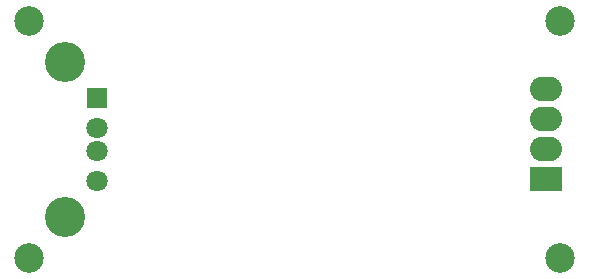
<source format=gbs>
G04 DipTrace 2.4.0.2*
%INBottomMask.gbr*%
%MOIN*%
%ADD42C,0.0984*%
%ADD58C,0.1339*%
%ADD60C,0.0709*%
%ADD62R,0.0709X0.0709*%
%ADD64O,0.1063X0.0827*%
%ADD66R,0.1063X0.0827*%
%FSLAX44Y44*%
G04*
G70*
G90*
G75*
G01*
%LNBotMask*%
%LPD*%
D42*
X4921Y12795D3*
Y4921D3*
X22638D3*
Y12795D3*
D66*
X22169Y7555D3*
D64*
Y8555D3*
Y9555D3*
Y10555D3*
D62*
X7185Y10236D3*
D60*
Y9252D3*
Y8465D3*
Y7480D3*
D58*
X6122Y11445D3*
Y6272D3*
M02*

</source>
